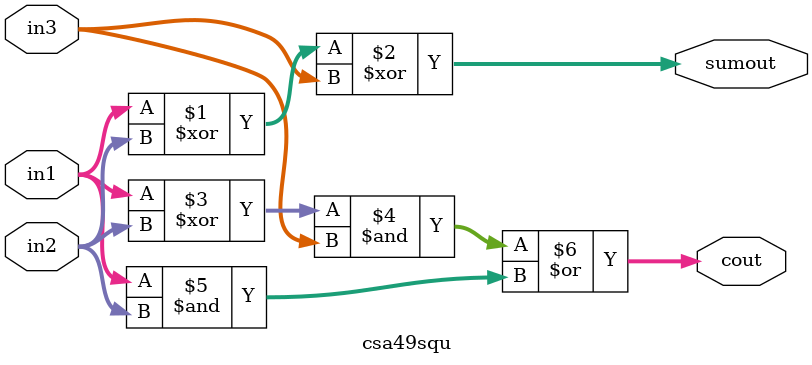
<source format=v>
module csa49squ(cout,sumout,in1,in2,in3);
input[48:0]in1,in2,in3;
output[48:0]cout,sumout;
assign sumout=(in1^in2)^in3;
assign cout=((in1^in2)&in3)|(in1&in2);
endmodule

</source>
